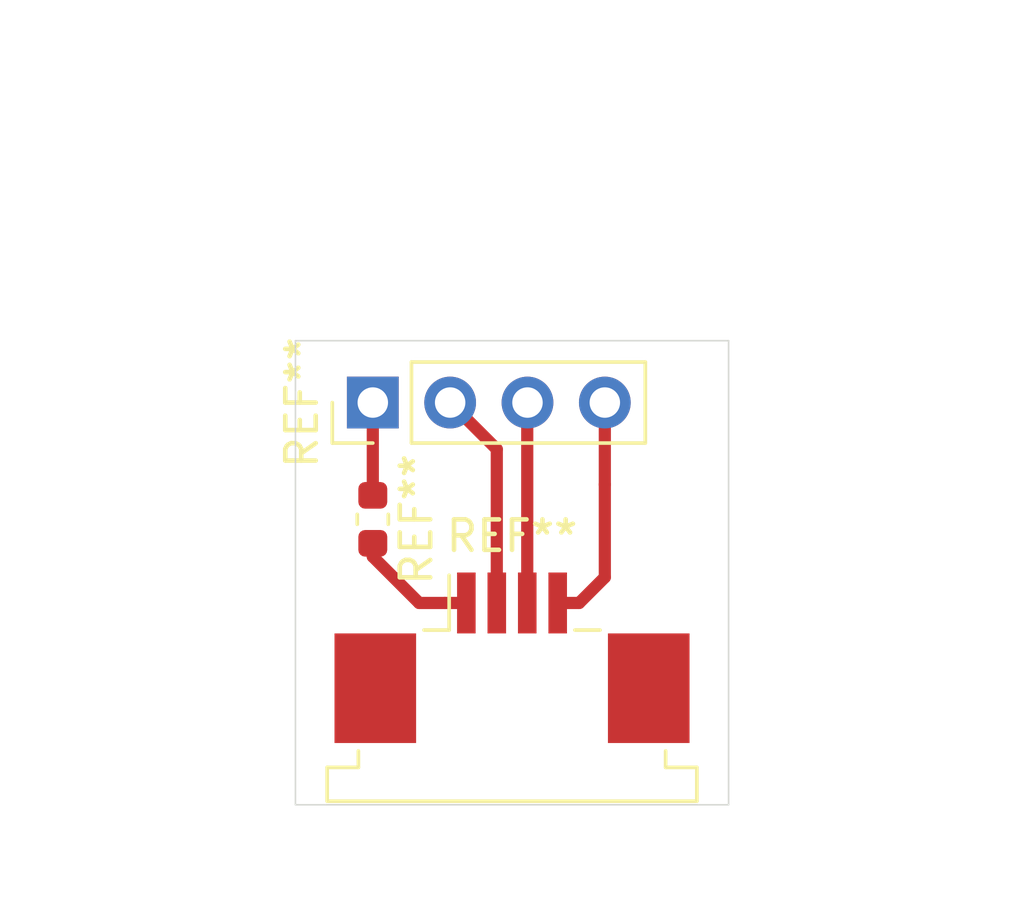
<source format=kicad_pcb>
(kicad_pcb (version 20171130) (host pcbnew 5.1.5)

  (general
    (thickness 1.6)
    (drawings 4)
    (tracks 13)
    (zones 0)
    (modules 3)
    (nets 1)
  )

  (page A4)
  (layers
    (0 F.Cu signal)
    (31 B.Cu signal)
    (32 B.Adhes user)
    (33 F.Adhes user)
    (34 B.Paste user)
    (35 F.Paste user)
    (36 B.SilkS user)
    (37 F.SilkS user)
    (38 B.Mask user)
    (39 F.Mask user)
    (40 Dwgs.User user)
    (41 Cmts.User user)
    (42 Eco1.User user)
    (43 Eco2.User user)
    (44 Edge.Cuts user)
    (45 Margin user)
    (46 B.CrtYd user)
    (47 F.CrtYd user)
    (48 B.Fab user)
    (49 F.Fab user)
  )

  (setup
    (last_trace_width 0.4)
    (trace_clearance 0.2)
    (zone_clearance 0.508)
    (zone_45_only no)
    (trace_min 0.2)
    (via_size 0.8)
    (via_drill 0.4)
    (via_min_size 0.4)
    (via_min_drill 0.3)
    (uvia_size 0.3)
    (uvia_drill 0.1)
    (uvias_allowed no)
    (uvia_min_size 0.2)
    (uvia_min_drill 0.1)
    (edge_width 0.05)
    (segment_width 0.2)
    (pcb_text_width 0.3)
    (pcb_text_size 1.5 1.5)
    (mod_edge_width 0.12)
    (mod_text_size 1 1)
    (mod_text_width 0.15)
    (pad_size 1.524 1.524)
    (pad_drill 0.762)
    (pad_to_mask_clearance 0.051)
    (solder_mask_min_width 0.25)
    (aux_axis_origin 0 0)
    (visible_elements FFFFFF7F)
    (pcbplotparams
      (layerselection 0x01000_7fffffff)
      (usegerberextensions false)
      (usegerberattributes false)
      (usegerberadvancedattributes false)
      (creategerberjobfile false)
      (excludeedgelayer false)
      (linewidth 0.100000)
      (plotframeref false)
      (viasonmask false)
      (mode 1)
      (useauxorigin false)
      (hpglpennumber 1)
      (hpglpenspeed 20)
      (hpglpendiameter 15.000000)
      (psnegative false)
      (psa4output false)
      (plotreference true)
      (plotvalue true)
      (plotinvisibletext false)
      (padsonsilk false)
      (subtractmaskfromsilk false)
      (outputformat 1)
      (mirror false)
      (drillshape 0)
      (scaleselection 1)
      (outputdirectory ""))
  )

  (net 0 "")

  (net_class Default "This is the default net class."
    (clearance 0.2)
    (trace_width 0.4)
    (via_dia 0.8)
    (via_drill 0.4)
    (uvia_dia 0.3)
    (uvia_drill 0.1)
  )

  (module Connector_PinHeader_2.54mm:PinHeader_1x04_P2.54mm_Vertical (layer F.Cu) (tedit 59FED5CC) (tstamp 5DE89EBE)
    (at 130.302 69.342 90)
    (descr "Through hole straight pin header, 1x04, 2.54mm pitch, single row")
    (tags "Through hole pin header THT 1x04 2.54mm single row")
    (fp_text reference REF** (at 0 -2.33 90) (layer F.SilkS)
      (effects (font (size 1 1) (thickness 0.15)))
    )
    (fp_text value PinHeader_1x04_P2.54mm_Vertical (at 0 9.95 90) (layer F.Fab)
      (effects (font (size 1 1) (thickness 0.15)))
    )
    (fp_text user %R (at 0 3.81) (layer F.Fab)
      (effects (font (size 1 1) (thickness 0.15)))
    )
    (fp_line (start 1.8 -1.8) (end -1.8 -1.8) (layer F.CrtYd) (width 0.05))
    (fp_line (start 1.8 9.4) (end 1.8 -1.8) (layer F.CrtYd) (width 0.05))
    (fp_line (start -1.8 9.4) (end 1.8 9.4) (layer F.CrtYd) (width 0.05))
    (fp_line (start -1.8 -1.8) (end -1.8 9.4) (layer F.CrtYd) (width 0.05))
    (fp_line (start -1.33 -1.33) (end 0 -1.33) (layer F.SilkS) (width 0.12))
    (fp_line (start -1.33 0) (end -1.33 -1.33) (layer F.SilkS) (width 0.12))
    (fp_line (start -1.33 1.27) (end 1.33 1.27) (layer F.SilkS) (width 0.12))
    (fp_line (start 1.33 1.27) (end 1.33 8.95) (layer F.SilkS) (width 0.12))
    (fp_line (start -1.33 1.27) (end -1.33 8.95) (layer F.SilkS) (width 0.12))
    (fp_line (start -1.33 8.95) (end 1.33 8.95) (layer F.SilkS) (width 0.12))
    (fp_line (start -1.27 -0.635) (end -0.635 -1.27) (layer F.Fab) (width 0.1))
    (fp_line (start -1.27 8.89) (end -1.27 -0.635) (layer F.Fab) (width 0.1))
    (fp_line (start 1.27 8.89) (end -1.27 8.89) (layer F.Fab) (width 0.1))
    (fp_line (start 1.27 -1.27) (end 1.27 8.89) (layer F.Fab) (width 0.1))
    (fp_line (start -0.635 -1.27) (end 1.27 -1.27) (layer F.Fab) (width 0.1))
    (pad 4 thru_hole oval (at 0 7.62 90) (size 1.7 1.7) (drill 1) (layers *.Cu *.Mask))
    (pad 3 thru_hole oval (at 0 5.08 90) (size 1.7 1.7) (drill 1) (layers *.Cu *.Mask))
    (pad 2 thru_hole oval (at 0 2.54 90) (size 1.7 1.7) (drill 1) (layers *.Cu *.Mask))
    (pad 1 thru_hole rect (at 0 0 90) (size 1.7 1.7) (drill 1) (layers *.Cu *.Mask))
    (model ${KISYS3DMOD}/Connector_PinHeader_2.54mm.3dshapes/PinHeader_1x04_P2.54mm_Vertical.wrl
      (at (xyz 0 0 0))
      (scale (xyz 1 1 1))
      (rotate (xyz 0 0 0))
    )
  )

  (module Resistor_SMD:R_0603_1608Metric (layer F.Cu) (tedit 5B301BBD) (tstamp 5DE84E0F)
    (at 130.302 73.1775 270)
    (descr "Resistor SMD 0603 (1608 Metric), square (rectangular) end terminal, IPC_7351 nominal, (Body size source: http://www.tortai-tech.com/upload/download/2011102023233369053.pdf), generated with kicad-footprint-generator")
    (tags resistor)
    (attr smd)
    (fp_text reference REF** (at 0 -1.43 90) (layer F.SilkS)
      (effects (font (size 1 1) (thickness 0.15)))
    )
    (fp_text value R_0603_1608Metric (at 0 1.43 90) (layer F.Fab)
      (effects (font (size 1 1) (thickness 0.15)))
    )
    (fp_text user %R (at 0 0 90) (layer F.Fab)
      (effects (font (size 0.4 0.4) (thickness 0.06)))
    )
    (fp_line (start 1.48 0.73) (end -1.48 0.73) (layer F.CrtYd) (width 0.05))
    (fp_line (start 1.48 -0.73) (end 1.48 0.73) (layer F.CrtYd) (width 0.05))
    (fp_line (start -1.48 -0.73) (end 1.48 -0.73) (layer F.CrtYd) (width 0.05))
    (fp_line (start -1.48 0.73) (end -1.48 -0.73) (layer F.CrtYd) (width 0.05))
    (fp_line (start -0.162779 0.51) (end 0.162779 0.51) (layer F.SilkS) (width 0.12))
    (fp_line (start -0.162779 -0.51) (end 0.162779 -0.51) (layer F.SilkS) (width 0.12))
    (fp_line (start 0.8 0.4) (end -0.8 0.4) (layer F.Fab) (width 0.1))
    (fp_line (start 0.8 -0.4) (end 0.8 0.4) (layer F.Fab) (width 0.1))
    (fp_line (start -0.8 -0.4) (end 0.8 -0.4) (layer F.Fab) (width 0.1))
    (fp_line (start -0.8 0.4) (end -0.8 -0.4) (layer F.Fab) (width 0.1))
    (pad 2 smd roundrect (at 0.7875 0 270) (size 0.875 0.95) (layers F.Cu F.Paste F.Mask) (roundrect_rratio 0.25))
    (pad 1 smd roundrect (at -0.7875 0 270) (size 0.875 0.95) (layers F.Cu F.Paste F.Mask) (roundrect_rratio 0.25))
    (model ${KISYS3DMOD}/Resistor_SMD.3dshapes/R_0603_1608Metric.wrl
      (at (xyz 0 0 0))
      (scale (xyz 1 1 1))
      (rotate (xyz 0 0 0))
    )
  )

  (module Connector_FFC-FPC:TE_84952-4_1x04-1MP_P1.0mm_Horizontal (layer F.Cu) (tedit 5AEE14E3) (tstamp 5DE87B92)
    (at 134.874 77.724)
    (descr "TE FPC connector, 04 bottom-side contacts, 1.0mm pitch, 1.0mm height, SMT, http://www.te.com/commerce/DocumentDelivery/DDEController?Action=srchrtrv&DocNm=84952&DocType=Customer+Drawing&DocLang=English&DocFormat=pdf&PartCntxt=84952-4")
    (tags "te fpc 84952")
    (attr smd)
    (fp_text reference REF** (at 0 -4) (layer F.SilkS)
      (effects (font (size 1 1) (thickness 0.15)))
    )
    (fp_text value TE_84952-4_1x04-1MP_P1.0mm_Horizontal (at 0 7.7) (layer F.Fab)
      (effects (font (size 1 1) (thickness 0.15)))
    )
    (fp_text user %R (at 0 1.9) (layer F.Fab)
      (effects (font (size 1 1) (thickness 0.15)))
    )
    (fp_line (start 6.46 -3.3) (end -6.46 -3.3) (layer F.CrtYd) (width 0.05))
    (fp_line (start 6.46 7) (end 6.46 -3.3) (layer F.CrtYd) (width 0.05))
    (fp_line (start -6.46 7) (end 6.46 7) (layer F.CrtYd) (width 0.05))
    (fp_line (start -6.46 -3.3) (end -6.46 7) (layer F.CrtYd) (width 0.05))
    (fp_line (start 2.065 -0.91) (end 2.89 -0.91) (layer F.SilkS) (width 0.12))
    (fp_line (start -2.065 -0.91) (end -2.065 -2.71) (layer F.SilkS) (width 0.12))
    (fp_line (start -2.89 -0.91) (end -2.065 -0.91) (layer F.SilkS) (width 0.12))
    (fp_line (start -5.045 3.6) (end -5.045 3.06) (layer F.SilkS) (width 0.12))
    (fp_line (start -6.07 3.6) (end -5.045 3.6) (layer F.SilkS) (width 0.12))
    (fp_line (start -6.07 4.71) (end -6.07 3.6) (layer F.SilkS) (width 0.12))
    (fp_line (start 6.07 4.71) (end -6.07 4.71) (layer F.SilkS) (width 0.12))
    (fp_line (start 6.07 3.6) (end 6.07 4.71) (layer F.SilkS) (width 0.12))
    (fp_line (start 5.045 3.6) (end 6.07 3.6) (layer F.SilkS) (width 0.12))
    (fp_line (start 5.045 3.06) (end 5.045 3.6) (layer F.SilkS) (width 0.12))
    (fp_line (start -4.935 5.61) (end -4.935 4.6) (layer F.Fab) (width 0.1))
    (fp_line (start -5.96 5.61) (end -4.935 5.61) (layer F.Fab) (width 0.1))
    (fp_line (start -5.96 6.5) (end -5.96 5.61) (layer F.Fab) (width 0.1))
    (fp_line (start 5.96 6.5) (end -5.96 6.5) (layer F.Fab) (width 0.1))
    (fp_line (start 5.96 5.61) (end 5.96 6.5) (layer F.Fab) (width 0.1))
    (fp_line (start 4.935 5.61) (end 5.96 5.61) (layer F.Fab) (width 0.1))
    (fp_line (start 4.935 4.6) (end 4.935 5.61) (layer F.Fab) (width 0.1))
    (fp_line (start -1.5 0.2) (end -1 -0.8) (layer F.Fab) (width 0.1))
    (fp_line (start -2 -0.8) (end -1.5 0.2) (layer F.Fab) (width 0.1))
    (fp_line (start -4.935 3.71) (end -4.935 -0.8) (layer F.Fab) (width 0.1))
    (fp_line (start -5.96 3.71) (end -4.935 3.71) (layer F.Fab) (width 0.1))
    (fp_line (start -5.96 4.6) (end -5.96 3.71) (layer F.Fab) (width 0.1))
    (fp_line (start 5.96 4.6) (end -5.96 4.6) (layer F.Fab) (width 0.1))
    (fp_line (start 5.96 3.71) (end 5.96 4.6) (layer F.Fab) (width 0.1))
    (fp_line (start 4.935 3.71) (end 5.96 3.71) (layer F.Fab) (width 0.1))
    (fp_line (start 4.935 -0.8) (end 4.935 3.71) (layer F.Fab) (width 0.1))
    (fp_line (start -4.935 -0.8) (end 4.935 -0.8) (layer F.Fab) (width 0.1))
    (pad MP smd rect (at 4.49 1) (size 2.68 3.6) (layers F.Cu F.Paste F.Mask))
    (pad MP smd rect (at -4.49 1) (size 2.68 3.6) (layers F.Cu F.Paste F.Mask))
    (pad 4 smd rect (at 1.5 -1.8) (size 0.61 2) (layers F.Cu F.Paste F.Mask))
    (pad 3 smd rect (at 0.5 -1.8) (size 0.61 2) (layers F.Cu F.Paste F.Mask))
    (pad 2 smd rect (at -0.5 -1.8) (size 0.61 2) (layers F.Cu F.Paste F.Mask))
    (pad 1 smd rect (at -1.5 -1.8) (size 0.61 2) (layers F.Cu F.Paste F.Mask))
    (model ${KISYS3DMOD}/Connector_FFC-FPC.3dshapes/TE_84952-4_1x04-1MP_P1.0mm_Horizontal.wrl
      (at (xyz 0 0 0))
      (scale (xyz 1 1 1))
      (rotate (xyz 0 0 0))
    )
  )

  (gr_line (start 141.986 82.55) (end 127.762 82.55) (layer Edge.Cuts) (width 0.05))
  (gr_line (start 141.986 67.31) (end 141.986 82.55) (layer Edge.Cuts) (width 0.05))
  (gr_line (start 127.762 67.31) (end 141.986 67.31) (layer Edge.Cuts) (width 0.05))
  (gr_line (start 127.762 82.55) (end 127.762 67.31) (layer Edge.Cuts) (width 0.05))

  (segment (start 135.374 69.35) (end 135.382 69.342) (width 0.4) (layer F.Cu) (net 0))
  (segment (start 135.374 75.924) (end 135.374 69.35) (width 0.4) (layer F.Cu) (net 0))
  (segment (start 134.374 70.874) (end 132.842 69.342) (width 0.4) (layer F.Cu) (net 0))
  (segment (start 134.374 75.924) (end 134.374 70.874) (width 0.4) (layer F.Cu) (net 0))
  (segment (start 132.669 75.924) (end 133.374 75.924) (width 0.4) (layer F.Cu) (net 0))
  (segment (start 137.922 69.342) (end 137.922 72.034) (width 0.4) (layer F.Cu) (net 0))
  (segment (start 137.922 75.081) (end 137.922 72.034) (width 0.4) (layer F.Cu) (net 0))
  (segment (start 137.079 75.924) (end 137.922 75.081) (width 0.4) (layer F.Cu) (net 0))
  (segment (start 136.374 75.924) (end 137.079 75.924) (width 0.4) (layer F.Cu) (net 0))
  (segment (start 130.302 69.342) (end 130.302 72.39) (width 0.4) (layer F.Cu) (net 0))
  (segment (start 131.8235 75.924) (end 132.669 75.924) (width 0.4) (layer F.Cu) (net 0))
  (segment (start 130.302 74.4025) (end 131.8235 75.924) (width 0.4) (layer F.Cu) (net 0))
  (segment (start 130.302 73.965) (end 130.302 74.4025) (width 0.4) (layer F.Cu) (net 0))

)

</source>
